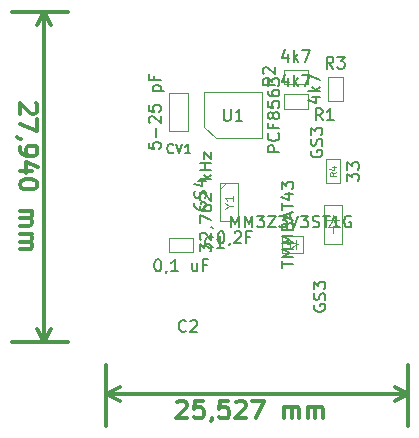
<source format=gbr>
G04 #@! TF.FileFunction,Other,Fab,Top*
%FSLAX46Y46*%
G04 Gerber Fmt 4.6, Leading zero omitted, Abs format (unit mm)*
G04 Created by KiCad (PCBNEW 4.0.6) date 04/09/19 20:00:22*
%MOMM*%
%LPD*%
G01*
G04 APERTURE LIST*
%ADD10C,0.100000*%
%ADD11C,0.300000*%
%ADD12C,0.150000*%
%ADD13C,0.105000*%
%ADD14C,0.075000*%
G04 APERTURE END LIST*
D10*
D11*
X132731571Y-70536915D02*
X132803000Y-70608344D01*
X132874429Y-70751201D01*
X132874429Y-71108344D01*
X132803000Y-71251201D01*
X132731571Y-71322630D01*
X132588714Y-71394058D01*
X132445857Y-71394058D01*
X132231571Y-71322630D01*
X131374429Y-70465487D01*
X131374429Y-71394058D01*
X132874429Y-71894058D02*
X132874429Y-72894058D01*
X131374429Y-72251201D01*
X131445857Y-73536914D02*
X131374429Y-73536914D01*
X131231571Y-73465486D01*
X131160143Y-73394057D01*
X131374429Y-74251200D02*
X131374429Y-74536915D01*
X131445857Y-74679772D01*
X131517286Y-74751200D01*
X131731571Y-74894058D01*
X132017286Y-74965486D01*
X132588714Y-74965486D01*
X132731571Y-74894058D01*
X132803000Y-74822629D01*
X132874429Y-74679772D01*
X132874429Y-74394058D01*
X132803000Y-74251200D01*
X132731571Y-74179772D01*
X132588714Y-74108343D01*
X132231571Y-74108343D01*
X132088714Y-74179772D01*
X132017286Y-74251200D01*
X131945857Y-74394058D01*
X131945857Y-74679772D01*
X132017286Y-74822629D01*
X132088714Y-74894058D01*
X132231571Y-74965486D01*
X132374429Y-76251200D02*
X131374429Y-76251200D01*
X132945857Y-75894057D02*
X131874429Y-75536914D01*
X131874429Y-76465486D01*
X132874429Y-77322628D02*
X132874429Y-77465485D01*
X132803000Y-77608342D01*
X132731571Y-77679771D01*
X132588714Y-77751200D01*
X132303000Y-77822628D01*
X131945857Y-77822628D01*
X131660143Y-77751200D01*
X131517286Y-77679771D01*
X131445857Y-77608342D01*
X131374429Y-77465485D01*
X131374429Y-77322628D01*
X131445857Y-77179771D01*
X131517286Y-77108342D01*
X131660143Y-77036914D01*
X131945857Y-76965485D01*
X132303000Y-76965485D01*
X132588714Y-77036914D01*
X132731571Y-77108342D01*
X132803000Y-77179771D01*
X132874429Y-77322628D01*
X131374429Y-79608342D02*
X132374429Y-79608342D01*
X132231571Y-79608342D02*
X132303000Y-79679770D01*
X132374429Y-79822628D01*
X132374429Y-80036913D01*
X132303000Y-80179770D01*
X132160143Y-80251199D01*
X131374429Y-80251199D01*
X132160143Y-80251199D02*
X132303000Y-80322628D01*
X132374429Y-80465485D01*
X132374429Y-80679770D01*
X132303000Y-80822628D01*
X132160143Y-80894056D01*
X131374429Y-80894056D01*
X131374429Y-81608342D02*
X132374429Y-81608342D01*
X132231571Y-81608342D02*
X132303000Y-81679770D01*
X132374429Y-81822628D01*
X132374429Y-82036913D01*
X132303000Y-82179770D01*
X132160143Y-82251199D01*
X131374429Y-82251199D01*
X132160143Y-82251199D02*
X132303000Y-82322628D01*
X132374429Y-82465485D01*
X132374429Y-82679770D01*
X132303000Y-82822628D01*
X132160143Y-82894056D01*
X131374429Y-82894056D01*
X133403000Y-62781200D02*
X133403000Y-90721200D01*
X135435000Y-62781200D02*
X130703000Y-62781200D01*
X135435000Y-90721200D02*
X130703000Y-90721200D01*
X133403000Y-90721200D02*
X132816579Y-89594696D01*
X133403000Y-90721200D02*
X133989421Y-89594696D01*
X133403000Y-62781200D02*
X132816579Y-63907704D01*
X133403000Y-62781200D02*
X133989421Y-63907704D01*
X144689315Y-95847429D02*
X144760744Y-95776000D01*
X144903601Y-95704571D01*
X145260744Y-95704571D01*
X145403601Y-95776000D01*
X145475030Y-95847429D01*
X145546458Y-95990286D01*
X145546458Y-96133143D01*
X145475030Y-96347429D01*
X144617887Y-97204571D01*
X145546458Y-97204571D01*
X146903601Y-95704571D02*
X146189315Y-95704571D01*
X146117886Y-96418857D01*
X146189315Y-96347429D01*
X146332172Y-96276000D01*
X146689315Y-96276000D01*
X146832172Y-96347429D01*
X146903601Y-96418857D01*
X146975029Y-96561714D01*
X146975029Y-96918857D01*
X146903601Y-97061714D01*
X146832172Y-97133143D01*
X146689315Y-97204571D01*
X146332172Y-97204571D01*
X146189315Y-97133143D01*
X146117886Y-97061714D01*
X147689314Y-97133143D02*
X147689314Y-97204571D01*
X147617886Y-97347429D01*
X147546457Y-97418857D01*
X149046458Y-95704571D02*
X148332172Y-95704571D01*
X148260743Y-96418857D01*
X148332172Y-96347429D01*
X148475029Y-96276000D01*
X148832172Y-96276000D01*
X148975029Y-96347429D01*
X149046458Y-96418857D01*
X149117886Y-96561714D01*
X149117886Y-96918857D01*
X149046458Y-97061714D01*
X148975029Y-97133143D01*
X148832172Y-97204571D01*
X148475029Y-97204571D01*
X148332172Y-97133143D01*
X148260743Y-97061714D01*
X149689314Y-95847429D02*
X149760743Y-95776000D01*
X149903600Y-95704571D01*
X150260743Y-95704571D01*
X150403600Y-95776000D01*
X150475029Y-95847429D01*
X150546457Y-95990286D01*
X150546457Y-96133143D01*
X150475029Y-96347429D01*
X149617886Y-97204571D01*
X150546457Y-97204571D01*
X151046457Y-95704571D02*
X152046457Y-95704571D01*
X151403600Y-97204571D01*
X153760742Y-97204571D02*
X153760742Y-96204571D01*
X153760742Y-96347429D02*
X153832170Y-96276000D01*
X153975028Y-96204571D01*
X154189313Y-96204571D01*
X154332170Y-96276000D01*
X154403599Y-96418857D01*
X154403599Y-97204571D01*
X154403599Y-96418857D02*
X154475028Y-96276000D01*
X154617885Y-96204571D01*
X154832170Y-96204571D01*
X154975028Y-96276000D01*
X155046456Y-96418857D01*
X155046456Y-97204571D01*
X155760742Y-97204571D02*
X155760742Y-96204571D01*
X155760742Y-96347429D02*
X155832170Y-96276000D01*
X155975028Y-96204571D01*
X156189313Y-96204571D01*
X156332170Y-96276000D01*
X156403599Y-96418857D01*
X156403599Y-97204571D01*
X156403599Y-96418857D02*
X156475028Y-96276000D01*
X156617885Y-96204571D01*
X156832170Y-96204571D01*
X156975028Y-96276000D01*
X157046456Y-96418857D01*
X157046456Y-97204571D01*
X164238600Y-95128999D02*
X138711600Y-95128999D01*
X164238600Y-92716000D02*
X164238600Y-97828999D01*
X138711600Y-92716000D02*
X138711600Y-97828999D01*
X138711600Y-95128999D02*
X139838104Y-94542578D01*
X138711600Y-95128999D02*
X139838104Y-95715420D01*
X164238600Y-95128999D02*
X163112096Y-94542578D01*
X164238600Y-95128999D02*
X163112096Y-95715420D01*
D10*
X149861000Y-77269400D02*
X148361000Y-77269400D01*
X148361000Y-77269400D02*
X148361000Y-80469400D01*
X148361000Y-80469400D02*
X149861000Y-80469400D01*
X149861000Y-80469400D02*
X149861000Y-77269400D01*
X148861000Y-77269400D02*
X148361000Y-77769400D01*
X158699400Y-82399000D02*
X157099400Y-82399000D01*
X157099400Y-82399000D02*
X157099400Y-79099000D01*
X157099400Y-79099000D02*
X158699400Y-79099000D01*
X158699400Y-79099000D02*
X158699400Y-82399000D01*
X157899400Y-80999000D02*
X157899400Y-81499000D01*
X157499400Y-80999000D02*
X157899400Y-80399000D01*
X158299400Y-80999000D02*
X157499400Y-80999000D01*
X157899400Y-80399000D02*
X158299400Y-80999000D01*
X157899400Y-80399000D02*
X157349400Y-80399000D01*
X157899400Y-80399000D02*
X158449400Y-80399000D01*
X157899400Y-79999000D02*
X157899400Y-80399000D01*
X146965800Y-72504200D02*
X146965800Y-69604200D01*
X146965800Y-69604200D02*
X151865800Y-69604200D01*
X151865800Y-69604200D02*
X151865800Y-73504200D01*
X151865800Y-73504200D02*
X147965800Y-73504200D01*
X147965800Y-73504200D02*
X146965800Y-72504200D01*
X157482600Y-68319000D02*
X158722600Y-68319000D01*
X157482600Y-70319000D02*
X157482600Y-68319000D01*
X158722600Y-70319000D02*
X157482600Y-70319000D01*
X158722600Y-68319000D02*
X158722600Y-70319000D01*
X144047000Y-83147000D02*
X144047000Y-81907000D01*
X146047000Y-83147000D02*
X144047000Y-83147000D01*
X146047000Y-81907000D02*
X146047000Y-83147000D01*
X144047000Y-81907000D02*
X146047000Y-81907000D01*
X155749800Y-69765800D02*
X155749800Y-71005800D01*
X153749800Y-69765800D02*
X155749800Y-69765800D01*
X153749800Y-71005800D02*
X153749800Y-69765800D01*
X155749800Y-71005800D02*
X153749800Y-71005800D01*
X155749800Y-67683000D02*
X155749800Y-68923000D01*
X153749800Y-67683000D02*
X155749800Y-67683000D01*
X153749800Y-68923000D02*
X153749800Y-67683000D01*
X155749800Y-68923000D02*
X153749800Y-68923000D01*
X144043800Y-69649400D02*
X145643800Y-69649400D01*
X144043800Y-72849400D02*
X144043800Y-69649400D01*
X145643800Y-72849400D02*
X144043800Y-72849400D01*
X145643800Y-69649400D02*
X145643800Y-72849400D01*
X154245000Y-82476200D02*
X153995000Y-82476200D01*
X154245000Y-82126200D02*
X154745000Y-82476200D01*
X154245000Y-82826200D02*
X154245000Y-82126200D01*
X154745000Y-82476200D02*
X154245000Y-82826200D01*
X154745000Y-82476200D02*
X154945000Y-82476200D01*
X154745000Y-82826200D02*
X154745000Y-82126200D01*
X155345000Y-81776200D02*
X155345000Y-83176200D01*
X153545000Y-81776200D02*
X155345000Y-81776200D01*
X153545000Y-83176200D02*
X153545000Y-81776200D01*
X155345000Y-83176200D02*
X153545000Y-83176200D01*
X158519400Y-77278600D02*
X157279400Y-77278600D01*
X158519400Y-75278600D02*
X158519400Y-77278600D01*
X157279400Y-75278600D02*
X158519400Y-75278600D01*
X157279400Y-77278600D02*
X157279400Y-75278600D01*
D12*
X156049800Y-74530676D02*
X156002181Y-74625914D01*
X156002181Y-74768771D01*
X156049800Y-74911629D01*
X156145038Y-75006867D01*
X156240276Y-75054486D01*
X156430752Y-75102105D01*
X156573610Y-75102105D01*
X156764086Y-75054486D01*
X156859324Y-75006867D01*
X156954562Y-74911629D01*
X157002181Y-74768771D01*
X157002181Y-74673533D01*
X156954562Y-74530676D01*
X156906943Y-74483057D01*
X156573610Y-74483057D01*
X156573610Y-74673533D01*
X156954562Y-74102105D02*
X157002181Y-73959248D01*
X157002181Y-73721152D01*
X156954562Y-73625914D01*
X156906943Y-73578295D01*
X156811705Y-73530676D01*
X156716467Y-73530676D01*
X156621229Y-73578295D01*
X156573610Y-73625914D01*
X156525990Y-73721152D01*
X156478371Y-73911629D01*
X156430752Y-74006867D01*
X156383133Y-74054486D01*
X156287895Y-74102105D01*
X156192657Y-74102105D01*
X156097419Y-74054486D01*
X156049800Y-74006867D01*
X156002181Y-73911629D01*
X156002181Y-73673533D01*
X156049800Y-73530676D01*
X156002181Y-73197343D02*
X156002181Y-72578295D01*
X156383133Y-72911629D01*
X156383133Y-72768771D01*
X156430752Y-72673533D01*
X156478371Y-72625914D01*
X156573610Y-72578295D01*
X156811705Y-72578295D01*
X156906943Y-72625914D01*
X156954562Y-72673533D01*
X157002181Y-72768771D01*
X157002181Y-73054486D01*
X156954562Y-73149724D01*
X156906943Y-73197343D01*
X146613381Y-83059876D02*
X146613381Y-82440828D01*
X146994333Y-82774162D01*
X146994333Y-82631304D01*
X147041952Y-82536066D01*
X147089571Y-82488447D01*
X147184810Y-82440828D01*
X147422905Y-82440828D01*
X147518143Y-82488447D01*
X147565762Y-82536066D01*
X147613381Y-82631304D01*
X147613381Y-82917019D01*
X147565762Y-83012257D01*
X147518143Y-83059876D01*
X146708619Y-82059876D02*
X146661000Y-82012257D01*
X146613381Y-81917019D01*
X146613381Y-81678923D01*
X146661000Y-81583685D01*
X146708619Y-81536066D01*
X146803857Y-81488447D01*
X146899095Y-81488447D01*
X147041952Y-81536066D01*
X147613381Y-82107495D01*
X147613381Y-81488447D01*
X147565762Y-81012257D02*
X147613381Y-81012257D01*
X147708619Y-81059876D01*
X147756238Y-81107495D01*
X146613381Y-80678924D02*
X146613381Y-80012257D01*
X147613381Y-80440829D01*
X146613381Y-79202733D02*
X146613381Y-79393210D01*
X146661000Y-79488448D01*
X146708619Y-79536067D01*
X146851476Y-79631305D01*
X147041952Y-79678924D01*
X147422905Y-79678924D01*
X147518143Y-79631305D01*
X147565762Y-79583686D01*
X147613381Y-79488448D01*
X147613381Y-79297971D01*
X147565762Y-79202733D01*
X147518143Y-79155114D01*
X147422905Y-79107495D01*
X147184810Y-79107495D01*
X147089571Y-79155114D01*
X147041952Y-79202733D01*
X146994333Y-79297971D01*
X146994333Y-79488448D01*
X147041952Y-79583686D01*
X147089571Y-79631305D01*
X147184810Y-79678924D01*
X146708619Y-78726543D02*
X146661000Y-78678924D01*
X146613381Y-78583686D01*
X146613381Y-78345590D01*
X146661000Y-78250352D01*
X146708619Y-78202733D01*
X146803857Y-78155114D01*
X146899095Y-78155114D01*
X147041952Y-78202733D01*
X147613381Y-78774162D01*
X147613381Y-78155114D01*
X147613381Y-76964638D02*
X146613381Y-76964638D01*
X147232429Y-76869400D02*
X147613381Y-76583685D01*
X146946714Y-76583685D02*
X147327667Y-76964638D01*
X147613381Y-76155114D02*
X146613381Y-76155114D01*
X147089571Y-76155114D02*
X147089571Y-75583685D01*
X147613381Y-75583685D02*
X146613381Y-75583685D01*
X146946714Y-75202733D02*
X146946714Y-74678923D01*
X147613381Y-75202733D01*
X147613381Y-74678923D01*
D13*
X149094333Y-79202733D02*
X149427667Y-79202733D01*
X148727667Y-79436066D02*
X149094333Y-79202733D01*
X148727667Y-78969400D01*
X149427667Y-78369400D02*
X149427667Y-78769400D01*
X149427667Y-78569400D02*
X148727667Y-78569400D01*
X148827667Y-78636066D01*
X148894333Y-78702733D01*
X148927667Y-78769400D01*
D12*
X153541781Y-84439476D02*
X153541781Y-83868047D01*
X154541781Y-84153762D02*
X153541781Y-84153762D01*
X154541781Y-83534714D02*
X153541781Y-83534714D01*
X154256067Y-83201380D01*
X153541781Y-82868047D01*
X154541781Y-82868047D01*
X154541781Y-82391857D02*
X153541781Y-82391857D01*
X154256067Y-82058523D01*
X153541781Y-81725190D01*
X154541781Y-81725190D01*
X154017971Y-80915666D02*
X154065590Y-80772809D01*
X154113210Y-80725190D01*
X154208448Y-80677571D01*
X154351305Y-80677571D01*
X154446543Y-80725190D01*
X154494162Y-80772809D01*
X154541781Y-80868047D01*
X154541781Y-81249000D01*
X153541781Y-81249000D01*
X153541781Y-80915666D01*
X153589400Y-80820428D01*
X153637019Y-80772809D01*
X153732257Y-80725190D01*
X153827495Y-80725190D01*
X153922733Y-80772809D01*
X153970352Y-80820428D01*
X154017971Y-80915666D01*
X154017971Y-81249000D01*
X154256067Y-80296619D02*
X154256067Y-79820428D01*
X154541781Y-80391857D02*
X153541781Y-80058524D01*
X154541781Y-79725190D01*
X153541781Y-79534714D02*
X153541781Y-78963285D01*
X154541781Y-79249000D02*
X153541781Y-79249000D01*
X153875114Y-78201380D02*
X154541781Y-78201380D01*
X153494162Y-78439476D02*
X154208448Y-78677571D01*
X154208448Y-78058523D01*
X153541781Y-77772809D02*
X153541781Y-77153761D01*
X153922733Y-77487095D01*
X153922733Y-77344237D01*
X153970352Y-77248999D01*
X154017971Y-77201380D01*
X154113210Y-77153761D01*
X154351305Y-77153761D01*
X154446543Y-77201380D01*
X154494162Y-77248999D01*
X154541781Y-77344237D01*
X154541781Y-77629952D01*
X154494162Y-77725190D01*
X154446543Y-77772809D01*
X153368181Y-74649438D02*
X152368181Y-74649438D01*
X152368181Y-74268485D01*
X152415800Y-74173247D01*
X152463419Y-74125628D01*
X152558657Y-74078009D01*
X152701514Y-74078009D01*
X152796752Y-74125628D01*
X152844371Y-74173247D01*
X152891990Y-74268485D01*
X152891990Y-74649438D01*
X153272943Y-73078009D02*
X153320562Y-73125628D01*
X153368181Y-73268485D01*
X153368181Y-73363723D01*
X153320562Y-73506581D01*
X153225324Y-73601819D01*
X153130086Y-73649438D01*
X152939610Y-73697057D01*
X152796752Y-73697057D01*
X152606276Y-73649438D01*
X152511038Y-73601819D01*
X152415800Y-73506581D01*
X152368181Y-73363723D01*
X152368181Y-73268485D01*
X152415800Y-73125628D01*
X152463419Y-73078009D01*
X152844371Y-72316104D02*
X152844371Y-72649438D01*
X153368181Y-72649438D02*
X152368181Y-72649438D01*
X152368181Y-72173247D01*
X152796752Y-71649438D02*
X152749133Y-71744676D01*
X152701514Y-71792295D01*
X152606276Y-71839914D01*
X152558657Y-71839914D01*
X152463419Y-71792295D01*
X152415800Y-71744676D01*
X152368181Y-71649438D01*
X152368181Y-71458961D01*
X152415800Y-71363723D01*
X152463419Y-71316104D01*
X152558657Y-71268485D01*
X152606276Y-71268485D01*
X152701514Y-71316104D01*
X152749133Y-71363723D01*
X152796752Y-71458961D01*
X152796752Y-71649438D01*
X152844371Y-71744676D01*
X152891990Y-71792295D01*
X152987229Y-71839914D01*
X153177705Y-71839914D01*
X153272943Y-71792295D01*
X153320562Y-71744676D01*
X153368181Y-71649438D01*
X153368181Y-71458961D01*
X153320562Y-71363723D01*
X153272943Y-71316104D01*
X153177705Y-71268485D01*
X152987229Y-71268485D01*
X152891990Y-71316104D01*
X152844371Y-71363723D01*
X152796752Y-71458961D01*
X152368181Y-70363723D02*
X152368181Y-70839914D01*
X152844371Y-70887533D01*
X152796752Y-70839914D01*
X152749133Y-70744676D01*
X152749133Y-70506580D01*
X152796752Y-70411342D01*
X152844371Y-70363723D01*
X152939610Y-70316104D01*
X153177705Y-70316104D01*
X153272943Y-70363723D01*
X153320562Y-70411342D01*
X153368181Y-70506580D01*
X153368181Y-70744676D01*
X153320562Y-70839914D01*
X153272943Y-70887533D01*
X152368181Y-69458961D02*
X152368181Y-69649438D01*
X152415800Y-69744676D01*
X152463419Y-69792295D01*
X152606276Y-69887533D01*
X152796752Y-69935152D01*
X153177705Y-69935152D01*
X153272943Y-69887533D01*
X153320562Y-69839914D01*
X153368181Y-69744676D01*
X153368181Y-69554199D01*
X153320562Y-69458961D01*
X153272943Y-69411342D01*
X153177705Y-69363723D01*
X152939610Y-69363723D01*
X152844371Y-69411342D01*
X152796752Y-69458961D01*
X152749133Y-69554199D01*
X152749133Y-69744676D01*
X152796752Y-69839914D01*
X152844371Y-69887533D01*
X152939610Y-69935152D01*
X152368181Y-69030390D02*
X152368181Y-68411342D01*
X152749133Y-68744676D01*
X152749133Y-68601818D01*
X152796752Y-68506580D01*
X152844371Y-68458961D01*
X152939610Y-68411342D01*
X153177705Y-68411342D01*
X153272943Y-68458961D01*
X153320562Y-68506580D01*
X153368181Y-68601818D01*
X153368181Y-68887533D01*
X153320562Y-68982771D01*
X153272943Y-69030390D01*
X148653895Y-71006581D02*
X148653895Y-71816105D01*
X148701514Y-71911343D01*
X148749133Y-71958962D01*
X148844371Y-72006581D01*
X149034848Y-72006581D01*
X149130086Y-71958962D01*
X149177705Y-71911343D01*
X149225324Y-71816105D01*
X149225324Y-71006581D01*
X150225324Y-72006581D02*
X149653895Y-72006581D01*
X149939609Y-72006581D02*
X149939609Y-71006581D01*
X149844371Y-71149438D01*
X149749133Y-71244676D01*
X149653895Y-71292295D01*
X156138314Y-70009476D02*
X156804981Y-70009476D01*
X155757362Y-70247572D02*
X156471648Y-70485667D01*
X156471648Y-69866619D01*
X156804981Y-69485667D02*
X155804981Y-69485667D01*
X156424029Y-69390429D02*
X156804981Y-69104714D01*
X156138314Y-69104714D02*
X156519267Y-69485667D01*
X155804981Y-68771381D02*
X155804981Y-68104714D01*
X156804981Y-68533286D01*
X157935934Y-67586981D02*
X157602600Y-67110790D01*
X157364505Y-67586981D02*
X157364505Y-66586981D01*
X157745458Y-66586981D01*
X157840696Y-66634600D01*
X157888315Y-66682219D01*
X157935934Y-66777457D01*
X157935934Y-66920314D01*
X157888315Y-67015552D01*
X157840696Y-67063171D01*
X157745458Y-67110790D01*
X157364505Y-67110790D01*
X158269267Y-66586981D02*
X158888315Y-66586981D01*
X158554981Y-66967933D01*
X158697839Y-66967933D01*
X158793077Y-67015552D01*
X158840696Y-67063171D01*
X158888315Y-67158410D01*
X158888315Y-67396505D01*
X158840696Y-67491743D01*
X158793077Y-67539362D01*
X158697839Y-67586981D01*
X158412124Y-67586981D01*
X158316886Y-67539362D01*
X158269267Y-67491743D01*
X143023190Y-83729381D02*
X143118429Y-83729381D01*
X143213667Y-83777000D01*
X143261286Y-83824619D01*
X143308905Y-83919857D01*
X143356524Y-84110333D01*
X143356524Y-84348429D01*
X143308905Y-84538905D01*
X143261286Y-84634143D01*
X143213667Y-84681762D01*
X143118429Y-84729381D01*
X143023190Y-84729381D01*
X142927952Y-84681762D01*
X142880333Y-84634143D01*
X142832714Y-84538905D01*
X142785095Y-84348429D01*
X142785095Y-84110333D01*
X142832714Y-83919857D01*
X142880333Y-83824619D01*
X142927952Y-83777000D01*
X143023190Y-83729381D01*
X143832714Y-84681762D02*
X143832714Y-84729381D01*
X143785095Y-84824619D01*
X143737476Y-84872238D01*
X144785095Y-84729381D02*
X144213666Y-84729381D01*
X144499380Y-84729381D02*
X144499380Y-83729381D01*
X144404142Y-83872238D01*
X144308904Y-83967476D01*
X144213666Y-84015095D01*
X146404143Y-84062714D02*
X146404143Y-84729381D01*
X145975571Y-84062714D02*
X145975571Y-84586524D01*
X146023190Y-84681762D01*
X146118428Y-84729381D01*
X146261286Y-84729381D01*
X146356524Y-84681762D01*
X146404143Y-84634143D01*
X147213667Y-84205571D02*
X146880333Y-84205571D01*
X146880333Y-84729381D02*
X146880333Y-83729381D01*
X147356524Y-83729381D01*
X147704334Y-82672143D02*
X147656715Y-82719762D01*
X147513858Y-82767381D01*
X147418620Y-82767381D01*
X147275762Y-82719762D01*
X147180524Y-82624524D01*
X147132905Y-82529286D01*
X147085286Y-82338810D01*
X147085286Y-82195952D01*
X147132905Y-82005476D01*
X147180524Y-81910238D01*
X147275762Y-81815000D01*
X147418620Y-81767381D01*
X147513858Y-81767381D01*
X147656715Y-81815000D01*
X147704334Y-81862619D01*
X148656715Y-82767381D02*
X148085286Y-82767381D01*
X148371000Y-82767381D02*
X148371000Y-81767381D01*
X148275762Y-81910238D01*
X148180524Y-82005476D01*
X148085286Y-82053095D01*
X156310600Y-87586276D02*
X156262981Y-87681514D01*
X156262981Y-87824371D01*
X156310600Y-87967229D01*
X156405838Y-88062467D01*
X156501076Y-88110086D01*
X156691552Y-88157705D01*
X156834410Y-88157705D01*
X157024886Y-88110086D01*
X157120124Y-88062467D01*
X157215362Y-87967229D01*
X157262981Y-87824371D01*
X157262981Y-87729133D01*
X157215362Y-87586276D01*
X157167743Y-87538657D01*
X156834410Y-87538657D01*
X156834410Y-87729133D01*
X157215362Y-87157705D02*
X157262981Y-87014848D01*
X157262981Y-86776752D01*
X157215362Y-86681514D01*
X157167743Y-86633895D01*
X157072505Y-86586276D01*
X156977267Y-86586276D01*
X156882029Y-86633895D01*
X156834410Y-86681514D01*
X156786790Y-86776752D01*
X156739171Y-86967229D01*
X156691552Y-87062467D01*
X156643933Y-87110086D01*
X156548695Y-87157705D01*
X156453457Y-87157705D01*
X156358219Y-87110086D01*
X156310600Y-87062467D01*
X156262981Y-86967229D01*
X156262981Y-86729133D01*
X156310600Y-86586276D01*
X156262981Y-86252943D02*
X156262981Y-85633895D01*
X156643933Y-85967229D01*
X156643933Y-85824371D01*
X156691552Y-85729133D01*
X156739171Y-85681514D01*
X156834410Y-85633895D01*
X157072505Y-85633895D01*
X157167743Y-85681514D01*
X157215362Y-85729133D01*
X157262981Y-85824371D01*
X157262981Y-86110086D01*
X157215362Y-86205324D01*
X157167743Y-86252943D01*
X156049800Y-74530676D02*
X156002181Y-74625914D01*
X156002181Y-74768771D01*
X156049800Y-74911629D01*
X156145038Y-75006867D01*
X156240276Y-75054486D01*
X156430752Y-75102105D01*
X156573610Y-75102105D01*
X156764086Y-75054486D01*
X156859324Y-75006867D01*
X156954562Y-74911629D01*
X157002181Y-74768771D01*
X157002181Y-74673533D01*
X156954562Y-74530676D01*
X156906943Y-74483057D01*
X156573610Y-74483057D01*
X156573610Y-74673533D01*
X156954562Y-74102105D02*
X157002181Y-73959248D01*
X157002181Y-73721152D01*
X156954562Y-73625914D01*
X156906943Y-73578295D01*
X156811705Y-73530676D01*
X156716467Y-73530676D01*
X156621229Y-73578295D01*
X156573610Y-73625914D01*
X156525990Y-73721152D01*
X156478371Y-73911629D01*
X156430752Y-74006867D01*
X156383133Y-74054486D01*
X156287895Y-74102105D01*
X156192657Y-74102105D01*
X156097419Y-74054486D01*
X156049800Y-74006867D01*
X156002181Y-73911629D01*
X156002181Y-73673533D01*
X156049800Y-73530676D01*
X156002181Y-73197343D02*
X156002181Y-72578295D01*
X156383133Y-72911629D01*
X156383133Y-72768771D01*
X156430752Y-72673533D01*
X156478371Y-72625914D01*
X156573610Y-72578295D01*
X156811705Y-72578295D01*
X156906943Y-72625914D01*
X156954562Y-72673533D01*
X157002181Y-72768771D01*
X157002181Y-73054486D01*
X156954562Y-73149724D01*
X156906943Y-73197343D01*
X154059324Y-68421514D02*
X154059324Y-69088181D01*
X153821228Y-68040562D02*
X153583133Y-68754848D01*
X154202181Y-68754848D01*
X154583133Y-69088181D02*
X154583133Y-68088181D01*
X154678371Y-68707229D02*
X154964086Y-69088181D01*
X154964086Y-68421514D02*
X154583133Y-68802467D01*
X155297419Y-68088181D02*
X155964086Y-68088181D01*
X155535514Y-69088181D01*
X157021534Y-71955781D02*
X156688200Y-71479590D01*
X156450105Y-71955781D02*
X156450105Y-70955781D01*
X156831058Y-70955781D01*
X156926296Y-71003400D01*
X156973915Y-71051019D01*
X157021534Y-71146257D01*
X157021534Y-71289114D01*
X156973915Y-71384352D01*
X156926296Y-71431971D01*
X156831058Y-71479590D01*
X156450105Y-71479590D01*
X157973915Y-71955781D02*
X157402486Y-71955781D01*
X157688200Y-71955781D02*
X157688200Y-70955781D01*
X157592962Y-71098638D01*
X157497724Y-71193876D01*
X157402486Y-71241495D01*
X154059324Y-66338714D02*
X154059324Y-67005381D01*
X153821228Y-65957762D02*
X153583133Y-66672048D01*
X154202181Y-66672048D01*
X154583133Y-67005381D02*
X154583133Y-66005381D01*
X154678371Y-66624429D02*
X154964086Y-67005381D01*
X154964086Y-66338714D02*
X154583133Y-66719667D01*
X155297419Y-66005381D02*
X155964086Y-66005381D01*
X155535514Y-67005381D01*
X152966981Y-68418866D02*
X152490790Y-68752200D01*
X152966981Y-68990295D02*
X151966981Y-68990295D01*
X151966981Y-68609342D01*
X152014600Y-68514104D01*
X152062219Y-68466485D01*
X152157457Y-68418866D01*
X152300314Y-68418866D01*
X152395552Y-68466485D01*
X152443171Y-68514104D01*
X152490790Y-68609342D01*
X152490790Y-68990295D01*
X152062219Y-68037914D02*
X152014600Y-67990295D01*
X151966981Y-67895057D01*
X151966981Y-67656961D01*
X152014600Y-67561723D01*
X152062219Y-67514104D01*
X152157457Y-67466485D01*
X152252695Y-67466485D01*
X152395552Y-67514104D01*
X152966981Y-68085533D01*
X152966981Y-67466485D01*
X142296181Y-73844638D02*
X142296181Y-74320829D01*
X142772371Y-74368448D01*
X142724752Y-74320829D01*
X142677133Y-74225591D01*
X142677133Y-73987495D01*
X142724752Y-73892257D01*
X142772371Y-73844638D01*
X142867610Y-73797019D01*
X143105705Y-73797019D01*
X143200943Y-73844638D01*
X143248562Y-73892257D01*
X143296181Y-73987495D01*
X143296181Y-74225591D01*
X143248562Y-74320829D01*
X143200943Y-74368448D01*
X142915229Y-73368448D02*
X142915229Y-72606543D01*
X142391419Y-72177972D02*
X142343800Y-72130353D01*
X142296181Y-72035115D01*
X142296181Y-71797019D01*
X142343800Y-71701781D01*
X142391419Y-71654162D01*
X142486657Y-71606543D01*
X142581895Y-71606543D01*
X142724752Y-71654162D01*
X143296181Y-72225591D01*
X143296181Y-71606543D01*
X142296181Y-70701781D02*
X142296181Y-71177972D01*
X142772371Y-71225591D01*
X142724752Y-71177972D01*
X142677133Y-71082734D01*
X142677133Y-70844638D01*
X142724752Y-70749400D01*
X142772371Y-70701781D01*
X142867610Y-70654162D01*
X143105705Y-70654162D01*
X143200943Y-70701781D01*
X143248562Y-70749400D01*
X143296181Y-70844638D01*
X143296181Y-71082734D01*
X143248562Y-71177972D01*
X143200943Y-71225591D01*
X142629514Y-69463686D02*
X143629514Y-69463686D01*
X142677133Y-69463686D02*
X142629514Y-69368448D01*
X142629514Y-69177971D01*
X142677133Y-69082733D01*
X142724752Y-69035114D01*
X142819990Y-68987495D01*
X143105705Y-68987495D01*
X143200943Y-69035114D01*
X143248562Y-69082733D01*
X143296181Y-69177971D01*
X143296181Y-69368448D01*
X143248562Y-69463686D01*
X142772371Y-68225590D02*
X142772371Y-68558924D01*
X143296181Y-68558924D02*
X142296181Y-68558924D01*
X142296181Y-68082733D01*
X144367610Y-74684714D02*
X144329515Y-74722810D01*
X144215229Y-74760905D01*
X144139039Y-74760905D01*
X144024753Y-74722810D01*
X143948562Y-74646619D01*
X143910467Y-74570429D01*
X143872372Y-74418048D01*
X143872372Y-74303762D01*
X143910467Y-74151381D01*
X143948562Y-74075190D01*
X144024753Y-73999000D01*
X144139039Y-73960905D01*
X144215229Y-73960905D01*
X144329515Y-73999000D01*
X144367610Y-74037095D01*
X144596181Y-73960905D02*
X144862848Y-74760905D01*
X145129515Y-73960905D01*
X145815229Y-74760905D02*
X145358086Y-74760905D01*
X145586657Y-74760905D02*
X145586657Y-73960905D01*
X145510467Y-74075190D01*
X145434276Y-74151381D01*
X145358086Y-74189476D01*
X148377724Y-81370981D02*
X148472963Y-81370981D01*
X148568201Y-81418600D01*
X148615820Y-81466219D01*
X148663439Y-81561457D01*
X148711058Y-81751933D01*
X148711058Y-81990029D01*
X148663439Y-82180505D01*
X148615820Y-82275743D01*
X148568201Y-82323362D01*
X148472963Y-82370981D01*
X148377724Y-82370981D01*
X148282486Y-82323362D01*
X148234867Y-82275743D01*
X148187248Y-82180505D01*
X148139629Y-81990029D01*
X148139629Y-81751933D01*
X148187248Y-81561457D01*
X148234867Y-81466219D01*
X148282486Y-81418600D01*
X148377724Y-81370981D01*
X149187248Y-82323362D02*
X149187248Y-82370981D01*
X149139629Y-82466219D01*
X149092010Y-82513838D01*
X149568200Y-81466219D02*
X149615819Y-81418600D01*
X149711057Y-81370981D01*
X149949153Y-81370981D01*
X150044391Y-81418600D01*
X150092010Y-81466219D01*
X150139629Y-81561457D01*
X150139629Y-81656695D01*
X150092010Y-81799552D01*
X149520581Y-82370981D01*
X150139629Y-82370981D01*
X150901534Y-81847171D02*
X150568200Y-81847171D01*
X150568200Y-82370981D02*
X150568200Y-81370981D01*
X151044391Y-81370981D01*
X145439134Y-89792943D02*
X145391515Y-89840562D01*
X145248658Y-89888181D01*
X145153420Y-89888181D01*
X145010562Y-89840562D01*
X144915324Y-89745324D01*
X144867705Y-89650086D01*
X144820086Y-89459610D01*
X144820086Y-89316752D01*
X144867705Y-89126276D01*
X144915324Y-89031038D01*
X145010562Y-88935800D01*
X145153420Y-88888181D01*
X145248658Y-88888181D01*
X145391515Y-88935800D01*
X145439134Y-88983419D01*
X145820086Y-88983419D02*
X145867705Y-88935800D01*
X145962943Y-88888181D01*
X146201039Y-88888181D01*
X146296277Y-88935800D01*
X146343896Y-88983419D01*
X146391515Y-89078657D01*
X146391515Y-89173895D01*
X146343896Y-89316752D01*
X145772467Y-89888181D01*
X146391515Y-89888181D01*
X149273571Y-81028581D02*
X149273571Y-80028581D01*
X149606905Y-80742867D01*
X149940238Y-80028581D01*
X149940238Y-81028581D01*
X150416428Y-81028581D02*
X150416428Y-80028581D01*
X150749762Y-80742867D01*
X151083095Y-80028581D01*
X151083095Y-81028581D01*
X151464047Y-80028581D02*
X152083095Y-80028581D01*
X151749761Y-80409533D01*
X151892619Y-80409533D01*
X151987857Y-80457152D01*
X152035476Y-80504771D01*
X152083095Y-80600010D01*
X152083095Y-80838105D01*
X152035476Y-80933343D01*
X151987857Y-80980962D01*
X151892619Y-81028581D01*
X151606904Y-81028581D01*
X151511666Y-80980962D01*
X151464047Y-80933343D01*
X152416428Y-80028581D02*
X153083095Y-80028581D01*
X152416428Y-81028581D01*
X153083095Y-81028581D01*
X153368809Y-80028581D02*
X153987857Y-80028581D01*
X153654523Y-80409533D01*
X153797381Y-80409533D01*
X153892619Y-80457152D01*
X153940238Y-80504771D01*
X153987857Y-80600010D01*
X153987857Y-80838105D01*
X153940238Y-80933343D01*
X153892619Y-80980962D01*
X153797381Y-81028581D01*
X153511666Y-81028581D01*
X153416428Y-80980962D01*
X153368809Y-80933343D01*
X154273571Y-80028581D02*
X154606904Y-81028581D01*
X154940238Y-80028581D01*
X155178333Y-80028581D02*
X155797381Y-80028581D01*
X155464047Y-80409533D01*
X155606905Y-80409533D01*
X155702143Y-80457152D01*
X155749762Y-80504771D01*
X155797381Y-80600010D01*
X155797381Y-80838105D01*
X155749762Y-80933343D01*
X155702143Y-80980962D01*
X155606905Y-81028581D01*
X155321190Y-81028581D01*
X155225952Y-80980962D01*
X155178333Y-80933343D01*
X156178333Y-80980962D02*
X156321190Y-81028581D01*
X156559286Y-81028581D01*
X156654524Y-80980962D01*
X156702143Y-80933343D01*
X156749762Y-80838105D01*
X156749762Y-80742867D01*
X156702143Y-80647629D01*
X156654524Y-80600010D01*
X156559286Y-80552390D01*
X156368809Y-80504771D01*
X156273571Y-80457152D01*
X156225952Y-80409533D01*
X156178333Y-80314295D01*
X156178333Y-80219057D01*
X156225952Y-80123819D01*
X156273571Y-80076200D01*
X156368809Y-80028581D01*
X156606905Y-80028581D01*
X156749762Y-80076200D01*
X157035476Y-80028581D02*
X157606905Y-80028581D01*
X157321190Y-81028581D02*
X157321190Y-80028581D01*
X158464048Y-81028581D02*
X157892619Y-81028581D01*
X158178333Y-81028581D02*
X158178333Y-80028581D01*
X158083095Y-80171438D01*
X157987857Y-80266676D01*
X157892619Y-80314295D01*
X159416429Y-80076200D02*
X159321191Y-80028581D01*
X159178334Y-80028581D01*
X159035476Y-80076200D01*
X158940238Y-80171438D01*
X158892619Y-80266676D01*
X158845000Y-80457152D01*
X158845000Y-80600010D01*
X158892619Y-80790486D01*
X158940238Y-80885724D01*
X159035476Y-80980962D01*
X159178334Y-81028581D01*
X159273572Y-81028581D01*
X159416429Y-80980962D01*
X159464048Y-80933343D01*
X159464048Y-80600010D01*
X159273572Y-80600010D01*
X159101781Y-77088124D02*
X159101781Y-76469076D01*
X159482733Y-76802410D01*
X159482733Y-76659552D01*
X159530352Y-76564314D01*
X159577971Y-76516695D01*
X159673210Y-76469076D01*
X159911305Y-76469076D01*
X160006543Y-76516695D01*
X160054162Y-76564314D01*
X160101781Y-76659552D01*
X160101781Y-76945267D01*
X160054162Y-77040505D01*
X160006543Y-77088124D01*
X159101781Y-76135743D02*
X159101781Y-75516695D01*
X159482733Y-75850029D01*
X159482733Y-75707171D01*
X159530352Y-75611933D01*
X159577971Y-75564314D01*
X159673210Y-75516695D01*
X159911305Y-75516695D01*
X160006543Y-75564314D01*
X160054162Y-75611933D01*
X160101781Y-75707171D01*
X160101781Y-75992886D01*
X160054162Y-76088124D01*
X160006543Y-76135743D01*
D14*
X158125590Y-76361933D02*
X157887495Y-76528600D01*
X158125590Y-76647647D02*
X157625590Y-76647647D01*
X157625590Y-76457171D01*
X157649400Y-76409552D01*
X157673210Y-76385743D01*
X157720829Y-76361933D01*
X157792257Y-76361933D01*
X157839876Y-76385743D01*
X157863686Y-76409552D01*
X157887495Y-76457171D01*
X157887495Y-76647647D01*
X157792257Y-75933362D02*
X158125590Y-75933362D01*
X157601781Y-76052409D02*
X157958924Y-76171457D01*
X157958924Y-75861933D01*
D12*
X146194600Y-78950276D02*
X146146981Y-79045514D01*
X146146981Y-79188371D01*
X146194600Y-79331229D01*
X146289838Y-79426467D01*
X146385076Y-79474086D01*
X146575552Y-79521705D01*
X146718410Y-79521705D01*
X146908886Y-79474086D01*
X147004124Y-79426467D01*
X147099362Y-79331229D01*
X147146981Y-79188371D01*
X147146981Y-79093133D01*
X147099362Y-78950276D01*
X147051743Y-78902657D01*
X146718410Y-78902657D01*
X146718410Y-79093133D01*
X147099362Y-78521705D02*
X147146981Y-78378848D01*
X147146981Y-78140752D01*
X147099362Y-78045514D01*
X147051743Y-77997895D01*
X146956505Y-77950276D01*
X146861267Y-77950276D01*
X146766029Y-77997895D01*
X146718410Y-78045514D01*
X146670790Y-78140752D01*
X146623171Y-78331229D01*
X146575552Y-78426467D01*
X146527933Y-78474086D01*
X146432695Y-78521705D01*
X146337457Y-78521705D01*
X146242219Y-78474086D01*
X146194600Y-78426467D01*
X146146981Y-78331229D01*
X146146981Y-78093133D01*
X146194600Y-77950276D01*
X146480314Y-77093133D02*
X147146981Y-77093133D01*
X146099362Y-77331229D02*
X146813648Y-77569324D01*
X146813648Y-76950276D01*
M02*

</source>
